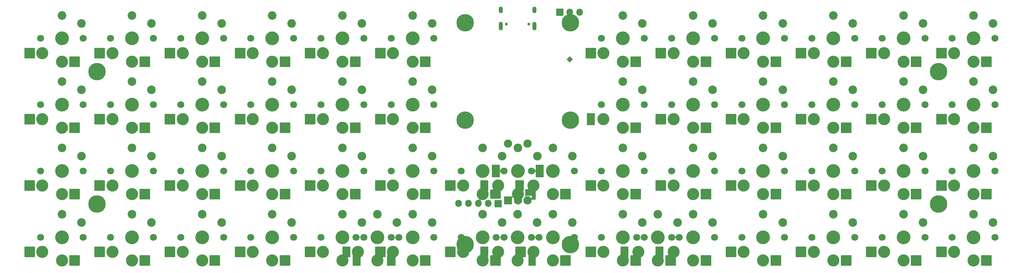
<source format=gbs>
G04 #@! TF.GenerationSoftware,KiCad,Pcbnew,(6.0.8)*
G04 #@! TF.CreationDate,2022-10-26T23:44:55+02:00*
G04 #@! TF.ProjectId,RP2040_tmp,52503230-3430-45f7-946d-702e6b696361,2.3*
G04 #@! TF.SameCoordinates,Original*
G04 #@! TF.FileFunction,Soldermask,Bot*
G04 #@! TF.FilePolarity,Negative*
%FSLAX46Y46*%
G04 Gerber Fmt 4.6, Leading zero omitted, Abs format (unit mm)*
G04 Created by KiCad (PCBNEW (6.0.8)) date 2022-10-26 23:44:55*
%MOMM*%
%LPD*%
G01*
G04 APERTURE LIST*
G04 Aperture macros list*
%AMRoundRect*
0 Rectangle with rounded corners*
0 $1 Rounding radius*
0 $2 $3 $4 $5 $6 $7 $8 $9 X,Y pos of 4 corners*
0 Add a 4 corners polygon primitive as box body*
4,1,4,$2,$3,$4,$5,$6,$7,$8,$9,$2,$3,0*
0 Add four circle primitives for the rounded corners*
1,1,$1+$1,$2,$3*
1,1,$1+$1,$4,$5*
1,1,$1+$1,$6,$7*
1,1,$1+$1,$8,$9*
0 Add four rect primitives between the rounded corners*
20,1,$1+$1,$2,$3,$4,$5,0*
20,1,$1+$1,$4,$5,$6,$7,0*
20,1,$1+$1,$6,$7,$8,$9,0*
20,1,$1+$1,$8,$9,$2,$3,0*%
G04 Aperture macros list end*
%ADD10C,0.800000*%
%ADD11C,4.500000*%
%ADD12C,3.100000*%
%ADD13C,1.801800*%
%ADD14C,3.529000*%
%ADD15RoundRect,0.050000X1.300000X1.300000X-1.300000X1.300000X-1.300000X-1.300000X1.300000X-1.300000X0*%
%ADD16C,2.200000*%
%ADD17RoundRect,0.050000X1.300000X1.100000X-1.300000X1.100000X-1.300000X-1.100000X1.300000X-1.100000X0*%
%ADD18RoundRect,0.050000X1.000000X1.500000X-1.000000X1.500000X-1.000000X-1.500000X1.000000X-1.500000X0*%
%ADD19RoundRect,0.050000X0.912500X1.315000X-0.912500X1.315000X-0.912500X-1.315000X0.912500X-1.315000X0*%
%ADD20RoundRect,0.050000X0.992500X1.310000X-0.992500X1.310000X-0.992500X-1.310000X0.992500X-1.310000X0*%
%ADD21RoundRect,0.050000X0.850000X-0.850000X0.850000X0.850000X-0.850000X0.850000X-0.850000X-0.850000X0*%
%ADD22O,1.800000X1.800000*%
%ADD23RoundRect,0.050000X1.027500X1.320000X-1.027500X1.320000X-1.027500X-1.320000X1.027500X-1.320000X0*%
%ADD24RoundRect,0.050000X0.982500X1.300000X-0.982500X1.300000X-0.982500X-1.300000X0.982500X-1.300000X0*%
%ADD25RoundRect,0.050000X0.707107X0.000000X0.000000X0.707107X-0.707107X0.000000X0.000000X-0.707107X0*%
%ADD26RoundRect,0.050000X1.000000X-1.000000X1.000000X1.000000X-1.000000X1.000000X-1.000000X-1.000000X0*%
%ADD27C,2.100000*%
%ADD28RoundRect,0.050000X1.000000X-1.600000X1.000000X1.600000X-1.000000X1.600000X-1.000000X-1.600000X0*%
%ADD29RoundRect,0.050000X0.947500X1.335000X-0.947500X1.335000X-0.947500X-1.335000X0.947500X-1.335000X0*%
%ADD30RoundRect,0.050000X0.942500X1.285000X-0.942500X1.285000X-0.942500X-1.285000X0.942500X-1.285000X0*%
%ADD31RoundRect,0.050000X0.463750X1.293750X-0.463750X1.293750X-0.463750X-1.293750X0.463750X-1.293750X0*%
%ADD32RoundRect,0.050000X1.285000X0.825000X-1.285000X0.825000X-1.285000X-0.825000X1.285000X-0.825000X0*%
%ADD33RoundRect,0.050000X0.962500X1.300000X-0.962500X1.300000X-0.962500X-1.300000X0.962500X-1.300000X0*%
%ADD34C,0.750000*%
%ADD35O,1.100000X2.200000*%
%ADD36O,1.100000X1.700000*%
%ADD37RoundRect,0.050000X0.982500X1.285000X-0.982500X1.285000X-0.982500X-1.285000X0.982500X-1.285000X0*%
%ADD38RoundRect,0.050000X1.027500X1.275000X-1.027500X1.275000X-1.027500X-1.275000X1.027500X-1.275000X0*%
%ADD39RoundRect,0.050000X-0.850000X0.850000X-0.850000X-0.850000X0.850000X-0.850000X0.850000X0.850000X0*%
G04 APERTURE END LIST*
D10*
X256000000Y-123650000D03*
X257650000Y-122000000D03*
X256000000Y-120350000D03*
X254833274Y-120833274D03*
X257166726Y-123166726D03*
X254833274Y-123166726D03*
X257166726Y-120833274D03*
X254350000Y-122000000D03*
D11*
X256000000Y-122000000D03*
D10*
X257650000Y-88000000D03*
X256000000Y-89650000D03*
X254350000Y-88000000D03*
X256000000Y-86350000D03*
X257166726Y-86833274D03*
X254833274Y-89166726D03*
X254833274Y-86833274D03*
D11*
X256000000Y-88000000D03*
D10*
X257166726Y-89166726D03*
X41166726Y-89166726D03*
X38833274Y-89166726D03*
D11*
X40000000Y-88000000D03*
D10*
X41166726Y-86833274D03*
X40000000Y-86350000D03*
X41650000Y-88000000D03*
X38833274Y-86833274D03*
X40000000Y-89650000D03*
X38350000Y-88000000D03*
X38350000Y-122000000D03*
X41650000Y-122000000D03*
X41166726Y-120833274D03*
X41166726Y-123166726D03*
X40000000Y-123650000D03*
D11*
X40000000Y-122000000D03*
D10*
X38833274Y-123166726D03*
X38833274Y-120833274D03*
X40000000Y-120350000D03*
X134500000Y-77150000D03*
D11*
X134500000Y-75500000D03*
D10*
X135666726Y-76666726D03*
X136150000Y-75500000D03*
X135666726Y-74333274D03*
X133333274Y-74333274D03*
X132850000Y-75500000D03*
X134500000Y-73850000D03*
X133333274Y-76666726D03*
X162666726Y-74333274D03*
X163150000Y-75500000D03*
X161500000Y-77150000D03*
X162666726Y-76666726D03*
X159850000Y-75500000D03*
X161500000Y-73850000D03*
D11*
X161500000Y-75500000D03*
D10*
X160333274Y-76666726D03*
X160333274Y-74333274D03*
X133333274Y-101666726D03*
X136150000Y-100500000D03*
X133333274Y-99333274D03*
X135666726Y-99333274D03*
D11*
X134500000Y-100500000D03*
D10*
X135666726Y-101666726D03*
X134500000Y-98850000D03*
X134500000Y-102150000D03*
X132850000Y-100500000D03*
D11*
X161500000Y-100500000D03*
D10*
X159850000Y-100500000D03*
X163150000Y-100500000D03*
X161500000Y-98850000D03*
X162666726Y-101666726D03*
X160333274Y-101666726D03*
X161500000Y-102150000D03*
X162666726Y-99333274D03*
X160333274Y-99333274D03*
D12*
X44000000Y-134250000D03*
X49000000Y-136450000D03*
D13*
X54500000Y-130500000D03*
D14*
X49000000Y-130500000D03*
D13*
X43500000Y-130500000D03*
D15*
X52275000Y-136450000D03*
D16*
X49000000Y-124600000D03*
X54000000Y-126700000D03*
D15*
X40725000Y-134250000D03*
D14*
X139000000Y-130500000D03*
D13*
X144500000Y-130500000D03*
X133500000Y-130500000D03*
D12*
X139000000Y-136450000D03*
X134000000Y-134250000D03*
D15*
X142275000Y-136450000D03*
D16*
X139000000Y-124600000D03*
D15*
X130725000Y-134250000D03*
D16*
X144000000Y-126700000D03*
D14*
X211000000Y-96500000D03*
D13*
X216500000Y-96500000D03*
D12*
X206000000Y-100250000D03*
D13*
X205500000Y-96500000D03*
D12*
X211000000Y-102450000D03*
D16*
X211000000Y-90600000D03*
D15*
X214275000Y-102450000D03*
X202725000Y-100250000D03*
D16*
X216000000Y-92700000D03*
D13*
X126500000Y-130500000D03*
D12*
X121000000Y-136450000D03*
D13*
X115500000Y-130500000D03*
D12*
X116000000Y-134250000D03*
D14*
X121000000Y-130500000D03*
D15*
X124275000Y-136450000D03*
D16*
X121000000Y-124600000D03*
D15*
X112725000Y-134250000D03*
D16*
X126000000Y-126700000D03*
D13*
X133500000Y-113500000D03*
D12*
X134000000Y-117250000D03*
X139000000Y-119450000D03*
D13*
X144500000Y-113500000D03*
D14*
X139000000Y-113500000D03*
D16*
X139000000Y-107600000D03*
D17*
X142275000Y-119450000D03*
D16*
X144000000Y-109700000D03*
D15*
X130725000Y-117250000D03*
D12*
X170000000Y-117250000D03*
D13*
X169500000Y-113500000D03*
D12*
X175000000Y-119450000D03*
D14*
X175000000Y-113500000D03*
D13*
X180500000Y-113500000D03*
D16*
X175000000Y-107600000D03*
D15*
X178275000Y-119450000D03*
D16*
X180000000Y-109700000D03*
D15*
X166725000Y-117250000D03*
D12*
X62000000Y-100250000D03*
X67000000Y-102450000D03*
D13*
X72500000Y-96500000D03*
D14*
X67000000Y-96500000D03*
D13*
X61500000Y-96500000D03*
D16*
X67000000Y-90600000D03*
D15*
X70275000Y-102450000D03*
D16*
X72000000Y-92700000D03*
D15*
X58725000Y-100250000D03*
D13*
X72500000Y-113500000D03*
X61500000Y-113500000D03*
D14*
X67000000Y-113500000D03*
D12*
X62000000Y-117250000D03*
X67000000Y-119450000D03*
D16*
X67000000Y-107600000D03*
D15*
X70275000Y-119450000D03*
X58725000Y-117250000D03*
D16*
X72000000Y-109700000D03*
D12*
X206000000Y-117250000D03*
D14*
X211000000Y-113500000D03*
D13*
X216500000Y-113500000D03*
D12*
X211000000Y-119450000D03*
D13*
X205500000Y-113500000D03*
D15*
X214275000Y-119450000D03*
D16*
X211000000Y-107600000D03*
D15*
X202725000Y-117250000D03*
D16*
X216000000Y-109700000D03*
D13*
X126500000Y-79500000D03*
X115500000Y-79500000D03*
D14*
X121000000Y-79500000D03*
D12*
X121000000Y-85450000D03*
X116000000Y-83250000D03*
D16*
X121000000Y-73600000D03*
D15*
X124275000Y-85450000D03*
D16*
X126000000Y-75700000D03*
D15*
X112725000Y-83250000D03*
D12*
X175000000Y-102450000D03*
D13*
X169500000Y-96500000D03*
D14*
X175000000Y-96500000D03*
D13*
X180500000Y-96500000D03*
D12*
X170000000Y-100250000D03*
D16*
X175000000Y-90600000D03*
D15*
X178275000Y-102450000D03*
D18*
X166725000Y-100250000D03*
D16*
X180000000Y-92700000D03*
D12*
X121000000Y-102450000D03*
D13*
X115500000Y-96500000D03*
D14*
X121000000Y-96500000D03*
D13*
X126500000Y-96500000D03*
D12*
X116000000Y-100250000D03*
D15*
X124275000Y-102450000D03*
D16*
X121000000Y-90600000D03*
X126000000Y-92700000D03*
D15*
X112725000Y-100250000D03*
D13*
X142490000Y-130500000D03*
D14*
X147990000Y-130500000D03*
D12*
X142990000Y-134250000D03*
D13*
X153490000Y-130500000D03*
D12*
X147990000Y-136450000D03*
D16*
X147990000Y-124600000D03*
D19*
X151652500Y-136465000D03*
D16*
X152990000Y-126700000D03*
D20*
X139407500Y-134260000D03*
D21*
X158810000Y-72750000D03*
D22*
X161350000Y-72750000D03*
X163890000Y-72750000D03*
D13*
X54500000Y-79500000D03*
D14*
X49000000Y-79500000D03*
D12*
X44000000Y-83250000D03*
D13*
X43500000Y-79500000D03*
D12*
X49000000Y-85450000D03*
D15*
X52275000Y-85450000D03*
D16*
X49000000Y-73600000D03*
X54000000Y-75700000D03*
D15*
X40725000Y-83250000D03*
D13*
X270500000Y-130500000D03*
D14*
X265000000Y-130500000D03*
D13*
X259500000Y-130500000D03*
D12*
X265000000Y-136450000D03*
X260000000Y-134250000D03*
D16*
X265000000Y-124600000D03*
D15*
X268275000Y-136450000D03*
D16*
X270000000Y-126700000D03*
D15*
X256725000Y-134250000D03*
D12*
X242000000Y-134250000D03*
D14*
X247000000Y-130500000D03*
D12*
X247000000Y-136450000D03*
D13*
X252500000Y-130500000D03*
X241500000Y-130500000D03*
D16*
X247000000Y-124600000D03*
D15*
X250275000Y-136450000D03*
X238725000Y-134250000D03*
D16*
X252000000Y-126700000D03*
D10*
X162656726Y-131233274D03*
X161490000Y-130750000D03*
X163140000Y-132400000D03*
X162656726Y-133566726D03*
X161490000Y-134050000D03*
D11*
X161490000Y-132400000D03*
D10*
X159840000Y-132400000D03*
X160323274Y-133566726D03*
X160323274Y-131233274D03*
D12*
X112010000Y-136450000D03*
D13*
X106510000Y-130500000D03*
X117510000Y-130500000D03*
D14*
X112010000Y-130500000D03*
D12*
X107010000Y-134250000D03*
D23*
X115557500Y-136470000D03*
D16*
X112010000Y-124600000D03*
X117010000Y-126700000D03*
D24*
X104052500Y-134250000D03*
D14*
X247000000Y-113500000D03*
D13*
X241500000Y-113500000D03*
X252500000Y-113500000D03*
D12*
X247000000Y-119450000D03*
X242000000Y-117250000D03*
D16*
X247000000Y-107600000D03*
D15*
X250275000Y-119450000D03*
D16*
X252000000Y-109700000D03*
D15*
X238725000Y-117250000D03*
D14*
X85000000Y-130500000D03*
D13*
X79500000Y-130500000D03*
D12*
X85000000Y-136450000D03*
D13*
X90500000Y-130500000D03*
D12*
X80000000Y-134250000D03*
D15*
X88275000Y-136450000D03*
D16*
X85000000Y-124600000D03*
X90000000Y-126700000D03*
D15*
X76725000Y-134250000D03*
D12*
X175000000Y-136450000D03*
D13*
X169500000Y-130500000D03*
X180500000Y-130500000D03*
D14*
X175000000Y-130500000D03*
D12*
X170000000Y-134250000D03*
D16*
X175000000Y-124600000D03*
D15*
X178275000Y-136450000D03*
D16*
X180000000Y-126700000D03*
D15*
X166725000Y-134250000D03*
D25*
X161330000Y-84850000D03*
D26*
X145510000Y-121000000D03*
D27*
X150510000Y-121000000D03*
X148010000Y-121000000D03*
D28*
X142410000Y-113500000D03*
X153610000Y-113500000D03*
D27*
X150510000Y-106500000D03*
X145510000Y-106500000D03*
D12*
X26000000Y-83250000D03*
D13*
X36500000Y-79500000D03*
X25500000Y-79500000D03*
D12*
X31000000Y-85450000D03*
D14*
X31000000Y-79500000D03*
D16*
X31000000Y-73600000D03*
D15*
X34275000Y-85450000D03*
D16*
X36000000Y-75700000D03*
D15*
X22725000Y-83250000D03*
D13*
X169500000Y-79500000D03*
D12*
X175000000Y-85450000D03*
D13*
X180500000Y-79500000D03*
D14*
X175000000Y-79500000D03*
D12*
X170000000Y-83250000D03*
D15*
X178275000Y-85450000D03*
D16*
X175000000Y-73600000D03*
D15*
X166725000Y-83250000D03*
D16*
X180000000Y-75700000D03*
D12*
X229000000Y-85450000D03*
D13*
X223500000Y-79500000D03*
D14*
X229000000Y-79500000D03*
D13*
X234500000Y-79500000D03*
D12*
X224000000Y-83250000D03*
D16*
X229000000Y-73600000D03*
D15*
X232275000Y-85450000D03*
X220725000Y-83250000D03*
D16*
X234000000Y-75700000D03*
D12*
X26000000Y-134250000D03*
D14*
X31000000Y-130500000D03*
D12*
X31000000Y-136450000D03*
D13*
X25500000Y-130500000D03*
X36500000Y-130500000D03*
D15*
X34275000Y-136450000D03*
D16*
X31000000Y-124600000D03*
D15*
X22725000Y-134250000D03*
D16*
X36000000Y-126700000D03*
D14*
X193000000Y-79500000D03*
D13*
X198500000Y-79500000D03*
D12*
X193000000Y-85450000D03*
D13*
X187500000Y-79500000D03*
D12*
X188000000Y-83250000D03*
D16*
X193000000Y-73600000D03*
D15*
X196275000Y-85450000D03*
X184725000Y-83250000D03*
D16*
X198000000Y-75700000D03*
D12*
X121000000Y-119450000D03*
D14*
X121000000Y-113500000D03*
D13*
X126500000Y-113500000D03*
D12*
X116000000Y-117250000D03*
D13*
X115500000Y-113500000D03*
D16*
X121000000Y-107600000D03*
D15*
X124275000Y-119450000D03*
D16*
X126000000Y-109700000D03*
D15*
X112725000Y-117250000D03*
D13*
X54500000Y-96500000D03*
X43500000Y-96500000D03*
D12*
X49000000Y-102450000D03*
X44000000Y-100250000D03*
D14*
X49000000Y-96500000D03*
D16*
X49000000Y-90600000D03*
D15*
X52275000Y-102450000D03*
D16*
X54000000Y-92700000D03*
D15*
X40725000Y-100250000D03*
D13*
X198500000Y-113500000D03*
D14*
X193000000Y-113500000D03*
D12*
X188000000Y-117250000D03*
D13*
X187500000Y-113500000D03*
D12*
X193000000Y-119450000D03*
D15*
X196275000Y-119450000D03*
D16*
X193000000Y-107600000D03*
D15*
X184725000Y-117250000D03*
D16*
X198000000Y-109700000D03*
D13*
X61500000Y-79500000D03*
D12*
X67000000Y-85450000D03*
X62000000Y-83250000D03*
D13*
X72500000Y-79500000D03*
D14*
X67000000Y-79500000D03*
D16*
X67000000Y-73600000D03*
D15*
X70275000Y-85450000D03*
X58725000Y-83250000D03*
D16*
X72000000Y-75700000D03*
D13*
X187500000Y-96500000D03*
X198500000Y-96500000D03*
D12*
X188000000Y-100250000D03*
X193000000Y-102450000D03*
D14*
X193000000Y-96500000D03*
D15*
X196275000Y-102450000D03*
D16*
X193000000Y-90600000D03*
X198000000Y-92700000D03*
D15*
X184725000Y-100250000D03*
D13*
X97500000Y-96500000D03*
D12*
X103000000Y-102450000D03*
X98000000Y-100250000D03*
D14*
X103000000Y-96500000D03*
D13*
X108500000Y-96500000D03*
D16*
X103000000Y-90600000D03*
D15*
X106275000Y-102450000D03*
X94725000Y-100250000D03*
D16*
X108000000Y-92700000D03*
D12*
X211000000Y-85450000D03*
D13*
X205500000Y-79500000D03*
D14*
X211000000Y-79500000D03*
D12*
X206000000Y-83250000D03*
D13*
X216500000Y-79500000D03*
D15*
X214275000Y-85450000D03*
D16*
X211000000Y-73600000D03*
D15*
X202725000Y-83250000D03*
D16*
X216000000Y-75700000D03*
D13*
X97500000Y-130500000D03*
D12*
X98000000Y-134250000D03*
D13*
X108500000Y-130500000D03*
D14*
X103000000Y-130500000D03*
D12*
X103000000Y-136450000D03*
D16*
X103000000Y-124600000D03*
D29*
X106627500Y-136485000D03*
D16*
X108000000Y-126700000D03*
D15*
X94725000Y-134250000D03*
D13*
X178490000Y-130500000D03*
D12*
X183990000Y-136450000D03*
D13*
X189490000Y-130500000D03*
D12*
X178990000Y-134250000D03*
D14*
X183990000Y-130500000D03*
D16*
X183990000Y-124600000D03*
D15*
X187265000Y-136450000D03*
D30*
X175357500Y-134235000D03*
D16*
X188990000Y-126700000D03*
D12*
X247000000Y-102450000D03*
D13*
X252500000Y-96500000D03*
X241500000Y-96500000D03*
D12*
X242000000Y-100250000D03*
D14*
X247000000Y-96500000D03*
D16*
X247000000Y-90600000D03*
D15*
X250275000Y-102450000D03*
D16*
X252000000Y-92700000D03*
D15*
X238725000Y-100250000D03*
D12*
X98000000Y-117250000D03*
D13*
X108500000Y-113500000D03*
D14*
X103000000Y-113500000D03*
D13*
X97500000Y-113500000D03*
D12*
X103000000Y-119450000D03*
D15*
X106275000Y-119450000D03*
D16*
X103000000Y-107600000D03*
D15*
X94725000Y-117250000D03*
D16*
X108000000Y-109700000D03*
D12*
X265000000Y-102450000D03*
D13*
X259500000Y-96500000D03*
D12*
X260000000Y-100250000D03*
D14*
X265000000Y-96500000D03*
D13*
X270500000Y-96500000D03*
D16*
X265000000Y-90600000D03*
D15*
X268275000Y-102450000D03*
X256725000Y-100250000D03*
D16*
X270000000Y-92700000D03*
D14*
X229000000Y-96500000D03*
D13*
X223500000Y-96500000D03*
D12*
X229000000Y-102450000D03*
D13*
X234500000Y-96500000D03*
D12*
X224000000Y-100250000D03*
D16*
X229000000Y-90600000D03*
D15*
X232275000Y-102450000D03*
X220725000Y-100250000D03*
D16*
X234000000Y-92700000D03*
D12*
X31000000Y-102450000D03*
D13*
X25500000Y-96500000D03*
D14*
X31000000Y-96500000D03*
D12*
X26000000Y-100250000D03*
D13*
X36500000Y-96500000D03*
D16*
X31000000Y-90600000D03*
D15*
X34275000Y-102450000D03*
D16*
X36000000Y-92700000D03*
D15*
X22725000Y-100250000D03*
D12*
X31000000Y-119450000D03*
D13*
X36500000Y-113500000D03*
D12*
X26000000Y-117250000D03*
D13*
X25500000Y-113500000D03*
D14*
X31000000Y-113500000D03*
D16*
X31000000Y-107600000D03*
D15*
X34275000Y-119450000D03*
D16*
X36000000Y-109700000D03*
D15*
X22725000Y-117250000D03*
D13*
X153510000Y-113500000D03*
D14*
X148010000Y-113500000D03*
D12*
X148010000Y-119450000D03*
X143010000Y-117250000D03*
D13*
X142510000Y-113500000D03*
D31*
X152083750Y-119506250D03*
D32*
X151255000Y-119025000D03*
D16*
X148010000Y-107600000D03*
D33*
X139397500Y-117250000D03*
D16*
X153010000Y-109700000D03*
D12*
X49000000Y-119450000D03*
D14*
X49000000Y-113500000D03*
D13*
X54500000Y-113500000D03*
D12*
X44000000Y-117250000D03*
D13*
X43500000Y-113500000D03*
D15*
X52275000Y-119450000D03*
D16*
X49000000Y-107600000D03*
X54000000Y-109700000D03*
D15*
X40725000Y-117250000D03*
D14*
X265000000Y-79500000D03*
D13*
X259500000Y-79500000D03*
D12*
X265000000Y-85450000D03*
D13*
X270500000Y-79500000D03*
D12*
X260000000Y-83250000D03*
D16*
X265000000Y-73600000D03*
D15*
X268275000Y-85450000D03*
D16*
X270000000Y-75700000D03*
D15*
X256725000Y-83250000D03*
D34*
X145100000Y-75830000D03*
X150880000Y-75830000D03*
D35*
X152310000Y-76360000D03*
D36*
X152310000Y-72180000D03*
D35*
X143670000Y-76360000D03*
D36*
X143670000Y-72180000D03*
D13*
X198500000Y-130500000D03*
X187500000Y-130500000D03*
D12*
X193000000Y-136450000D03*
D14*
X193000000Y-130500000D03*
D12*
X188000000Y-134250000D03*
D16*
X193000000Y-124600000D03*
D15*
X196275000Y-136450000D03*
D16*
X198000000Y-126700000D03*
D37*
X184407500Y-134235000D03*
D12*
X229000000Y-136450000D03*
X224000000Y-134250000D03*
D13*
X223500000Y-130500000D03*
D14*
X229000000Y-130500000D03*
D13*
X234500000Y-130500000D03*
D15*
X232275000Y-136450000D03*
D16*
X229000000Y-124600000D03*
D15*
X220725000Y-134250000D03*
D16*
X234000000Y-126700000D03*
D10*
X135656726Y-131233274D03*
X136140000Y-132400000D03*
D11*
X134490000Y-132400000D03*
D10*
X134490000Y-134050000D03*
X135656726Y-133566726D03*
X133323274Y-131233274D03*
X133323274Y-133566726D03*
X132840000Y-132400000D03*
X134490000Y-130750000D03*
D13*
X79500000Y-96500000D03*
D14*
X85000000Y-96500000D03*
D13*
X90500000Y-96500000D03*
D12*
X80000000Y-100250000D03*
X85000000Y-102450000D03*
D15*
X88275000Y-102450000D03*
D16*
X85000000Y-90600000D03*
X90000000Y-92700000D03*
D15*
X76725000Y-100250000D03*
D12*
X85000000Y-85450000D03*
D13*
X90500000Y-79500000D03*
D14*
X85000000Y-79500000D03*
D12*
X80000000Y-83250000D03*
D13*
X79500000Y-79500000D03*
D16*
X85000000Y-73600000D03*
D15*
X88275000Y-85450000D03*
D16*
X90000000Y-75700000D03*
D15*
X76725000Y-83250000D03*
D14*
X157000000Y-113500000D03*
D12*
X152000000Y-117250000D03*
D13*
X162500000Y-113500000D03*
X151500000Y-113500000D03*
D12*
X157000000Y-119450000D03*
D16*
X157000000Y-107600000D03*
D15*
X160275000Y-119450000D03*
D38*
X148452500Y-117225000D03*
D16*
X162000000Y-109700000D03*
D12*
X206000000Y-134250000D03*
D14*
X211000000Y-130500000D03*
D12*
X211000000Y-136450000D03*
D13*
X216500000Y-130500000D03*
X205500000Y-130500000D03*
D16*
X211000000Y-124600000D03*
D15*
X214275000Y-136450000D03*
D16*
X216000000Y-126700000D03*
D15*
X202725000Y-134250000D03*
D12*
X260000000Y-117250000D03*
D13*
X259500000Y-113500000D03*
D14*
X265000000Y-113500000D03*
D12*
X265000000Y-119450000D03*
D13*
X270500000Y-113500000D03*
D16*
X265000000Y-107600000D03*
D15*
X268275000Y-119450000D03*
X256725000Y-117250000D03*
D16*
X270000000Y-109700000D03*
D12*
X152000000Y-134250000D03*
X157000000Y-136450000D03*
D14*
X157000000Y-130500000D03*
D13*
X162500000Y-130500000D03*
X151500000Y-130500000D03*
D16*
X157000000Y-124600000D03*
D15*
X160275000Y-136450000D03*
D16*
X162000000Y-126700000D03*
D15*
X148725000Y-134250000D03*
D39*
X142970000Y-121890000D03*
D22*
X140430000Y-121790000D03*
X137890000Y-121790000D03*
X135350000Y-121790000D03*
X132810000Y-121790000D03*
D14*
X67000000Y-130500000D03*
D12*
X67000000Y-136450000D03*
D13*
X61500000Y-130500000D03*
D12*
X62000000Y-134250000D03*
D13*
X72500000Y-130500000D03*
D15*
X70275000Y-136450000D03*
D16*
X67000000Y-124600000D03*
D15*
X58725000Y-134250000D03*
D16*
X72000000Y-126700000D03*
D14*
X103000000Y-79500000D03*
D13*
X108500000Y-79500000D03*
X97500000Y-79500000D03*
D12*
X103000000Y-85450000D03*
X98000000Y-83250000D03*
D16*
X103000000Y-73600000D03*
D15*
X106275000Y-85450000D03*
D16*
X108000000Y-75700000D03*
D15*
X94725000Y-83250000D03*
D13*
X90500000Y-113500000D03*
D12*
X85000000Y-119450000D03*
D14*
X85000000Y-113500000D03*
D13*
X79500000Y-113500000D03*
D12*
X80000000Y-117250000D03*
D15*
X88275000Y-119450000D03*
D16*
X85000000Y-107600000D03*
X90000000Y-109700000D03*
D15*
X76725000Y-117250000D03*
D12*
X242000000Y-83250000D03*
D13*
X252500000Y-79500000D03*
D14*
X247000000Y-79500000D03*
D12*
X247000000Y-85450000D03*
D13*
X241500000Y-79500000D03*
D15*
X250275000Y-85450000D03*
D16*
X247000000Y-73600000D03*
X252000000Y-75700000D03*
D15*
X238725000Y-83250000D03*
D13*
X234500000Y-113500000D03*
D14*
X229000000Y-113500000D03*
D12*
X224000000Y-117250000D03*
X229000000Y-119450000D03*
D13*
X223500000Y-113500000D03*
D15*
X232275000Y-119450000D03*
D16*
X229000000Y-107600000D03*
X234000000Y-109700000D03*
D15*
X220725000Y-117250000D03*
G36*
X113524773Y-135599000D02*
G01*
X113524773Y-135601000D01*
X113523604Y-135601919D01*
X113455511Y-135621913D01*
X113409418Y-135675107D01*
X113399387Y-135744879D01*
X113408947Y-135772718D01*
X113408563Y-135774681D01*
X113407852Y-135775181D01*
X113448844Y-135880593D01*
X113448540Y-135882570D01*
X113446676Y-135883295D01*
X113445132Y-135882083D01*
X113389272Y-135747224D01*
X113299693Y-135601045D01*
X113299640Y-135599046D01*
X113301398Y-135598000D01*
X113523041Y-135598000D01*
X113524773Y-135599000D01*
G37*
G36*
X149504773Y-135599000D02*
G01*
X149504773Y-135601000D01*
X149503604Y-135601919D01*
X149435511Y-135621913D01*
X149389418Y-135675107D01*
X149379387Y-135744879D01*
X149388947Y-135772718D01*
X149388563Y-135774681D01*
X149387852Y-135775181D01*
X149428844Y-135880593D01*
X149428540Y-135882570D01*
X149426676Y-135883295D01*
X149425132Y-135882083D01*
X149369272Y-135747224D01*
X149279693Y-135601045D01*
X149279640Y-135599046D01*
X149281398Y-135598000D01*
X149503041Y-135598000D01*
X149504773Y-135599000D01*
G37*
G36*
X104514773Y-135599000D02*
G01*
X104514773Y-135601000D01*
X104513604Y-135601919D01*
X104445511Y-135621913D01*
X104399418Y-135675107D01*
X104389387Y-135744879D01*
X104398947Y-135772718D01*
X104398563Y-135774681D01*
X104397852Y-135775181D01*
X104438844Y-135880593D01*
X104438540Y-135882570D01*
X104436676Y-135883295D01*
X104435132Y-135882083D01*
X104379272Y-135747224D01*
X104289693Y-135601045D01*
X104289640Y-135599046D01*
X104291398Y-135598000D01*
X104513041Y-135598000D01*
X104514773Y-135599000D01*
G37*
G36*
X114615618Y-134940440D02*
G01*
X114620728Y-134952776D01*
X114710307Y-135098955D01*
X114710360Y-135100954D01*
X114708602Y-135102000D01*
X114530199Y-135102000D01*
X114526670Y-135102702D01*
X114524776Y-135102059D01*
X114524386Y-135100097D01*
X114525353Y-135098968D01*
X114580565Y-135070088D01*
X114615396Y-135008925D01*
X114611773Y-134941312D01*
X114612679Y-134939529D01*
X114614676Y-134939422D01*
X114615618Y-134940440D01*
G37*
G36*
X141548735Y-134803111D02*
G01*
X141610728Y-134952776D01*
X141700307Y-135098955D01*
X141700360Y-135100954D01*
X141698602Y-135102000D01*
X141479967Y-135102000D01*
X141478235Y-135101000D01*
X141478235Y-135099000D01*
X141479404Y-135098081D01*
X141547497Y-135078087D01*
X141593590Y-135024893D01*
X141603623Y-134955107D01*
X141589991Y-134913684D01*
X141572565Y-134881251D01*
X141572445Y-134880980D01*
X141545005Y-134804552D01*
X141545361Y-134802584D01*
X141547243Y-134801908D01*
X141548735Y-134803111D01*
G37*
G36*
X186558735Y-134803111D02*
G01*
X186620728Y-134952776D01*
X186710307Y-135098955D01*
X186710360Y-135100954D01*
X186708602Y-135102000D01*
X186489967Y-135102000D01*
X186488235Y-135101000D01*
X186488235Y-135099000D01*
X186489404Y-135098081D01*
X186557497Y-135078087D01*
X186603590Y-135024893D01*
X186613623Y-134955107D01*
X186599991Y-134913684D01*
X186582565Y-134881251D01*
X186582445Y-134880980D01*
X186555005Y-134804552D01*
X186555361Y-134802584D01*
X186557243Y-134801908D01*
X186558735Y-134803111D01*
G37*
G36*
X177548735Y-134803111D02*
G01*
X177610728Y-134952776D01*
X177700307Y-135098955D01*
X177700360Y-135100954D01*
X177698602Y-135102000D01*
X177479967Y-135102000D01*
X177478235Y-135101000D01*
X177478235Y-135099000D01*
X177479404Y-135098081D01*
X177547497Y-135078087D01*
X177593590Y-135024893D01*
X177603623Y-134955107D01*
X177589991Y-134913684D01*
X177572565Y-134881251D01*
X177572445Y-134880980D01*
X177545005Y-134804552D01*
X177545361Y-134802584D01*
X177547243Y-134801908D01*
X177548735Y-134803111D01*
G37*
G36*
X188377315Y-130294448D02*
G01*
X188413481Y-130349791D01*
X188477728Y-130378543D01*
X188547318Y-130367996D01*
X188600283Y-130321390D01*
X188612192Y-130295788D01*
X188613829Y-130294640D01*
X188615642Y-130295483D01*
X188615907Y-130297250D01*
X188610754Y-130313110D01*
X188591111Y-130500000D01*
X188610754Y-130686890D01*
X188616344Y-130704093D01*
X188615928Y-130706049D01*
X188614026Y-130706667D01*
X188612753Y-130705782D01*
X188578699Y-130652046D01*
X188514861Y-130622402D01*
X188445132Y-130631976D01*
X188391517Y-130677841D01*
X188377652Y-130706593D01*
X188351744Y-130784476D01*
X188350248Y-130785804D01*
X188348350Y-130785173D01*
X188347944Y-130783227D01*
X188379246Y-130686890D01*
X188398889Y-130500000D01*
X188379246Y-130313110D01*
X188373739Y-130296160D01*
X188374155Y-130294204D01*
X188376057Y-130293586D01*
X188377315Y-130294448D01*
G37*
G36*
X107387315Y-130294448D02*
G01*
X107423481Y-130349791D01*
X107487728Y-130378543D01*
X107557318Y-130367996D01*
X107610283Y-130321390D01*
X107622192Y-130295788D01*
X107623829Y-130294640D01*
X107625642Y-130295483D01*
X107625907Y-130297250D01*
X107620754Y-130313110D01*
X107601111Y-130500000D01*
X107620754Y-130686890D01*
X107626344Y-130704093D01*
X107625928Y-130706049D01*
X107624026Y-130706667D01*
X107622753Y-130705782D01*
X107588699Y-130652046D01*
X107524861Y-130622402D01*
X107455132Y-130631976D01*
X107401517Y-130677841D01*
X107387652Y-130706593D01*
X107361744Y-130784476D01*
X107360248Y-130785804D01*
X107358350Y-130785173D01*
X107357944Y-130783227D01*
X107389246Y-130686890D01*
X107408889Y-130500000D01*
X107389246Y-130313110D01*
X107383739Y-130296160D01*
X107384155Y-130294204D01*
X107386057Y-130293586D01*
X107387315Y-130294448D01*
G37*
G36*
X152377315Y-130294448D02*
G01*
X152413481Y-130349791D01*
X152477728Y-130378543D01*
X152547318Y-130367996D01*
X152600283Y-130321390D01*
X152612192Y-130295788D01*
X152613829Y-130294640D01*
X152615642Y-130295483D01*
X152615907Y-130297250D01*
X152610754Y-130313110D01*
X152591111Y-130500000D01*
X152610754Y-130686890D01*
X152616344Y-130704093D01*
X152615928Y-130706049D01*
X152614026Y-130706667D01*
X152612753Y-130705782D01*
X152578699Y-130652046D01*
X152514861Y-130622402D01*
X152445132Y-130631976D01*
X152391517Y-130677841D01*
X152377652Y-130706593D01*
X152351744Y-130784476D01*
X152350248Y-130785804D01*
X152348350Y-130785173D01*
X152347944Y-130783227D01*
X152379246Y-130686890D01*
X152398889Y-130500000D01*
X152379246Y-130313110D01*
X152373739Y-130296160D01*
X152374155Y-130294204D01*
X152376057Y-130293586D01*
X152377315Y-130294448D01*
G37*
G36*
X179619949Y-130314340D02*
G01*
X179620461Y-130315898D01*
X179601111Y-130500000D01*
X179619144Y-130671571D01*
X179618331Y-130673398D01*
X179616342Y-130673607D01*
X179615487Y-130672624D01*
X179615414Y-130672670D01*
X179577423Y-130612720D01*
X179513585Y-130583076D01*
X179443856Y-130592650D01*
X179390322Y-130638445D01*
X179373471Y-130684379D01*
X179371935Y-130685660D01*
X179370058Y-130684972D01*
X179369604Y-130683481D01*
X179388889Y-130500000D01*
X179370198Y-130322168D01*
X179371011Y-130320341D01*
X179373000Y-130320132D01*
X179374102Y-130321381D01*
X179374685Y-130323313D01*
X179413351Y-130382481D01*
X179477598Y-130411233D01*
X179547188Y-130400686D01*
X179600076Y-130354148D01*
X179610956Y-130323147D01*
X179612473Y-130321844D01*
X179613448Y-130321903D01*
X179614316Y-130322178D01*
X179616566Y-130315084D01*
X179618043Y-130313736D01*
X179619949Y-130314340D01*
G37*
G36*
X116629949Y-130314340D02*
G01*
X116630461Y-130315898D01*
X116611111Y-130500000D01*
X116629144Y-130671571D01*
X116628331Y-130673398D01*
X116626342Y-130673607D01*
X116625487Y-130672624D01*
X116625414Y-130672670D01*
X116587423Y-130612720D01*
X116523585Y-130583076D01*
X116453856Y-130592650D01*
X116400322Y-130638445D01*
X116383471Y-130684379D01*
X116381935Y-130685660D01*
X116380058Y-130684972D01*
X116379604Y-130683481D01*
X116398889Y-130500000D01*
X116380198Y-130322168D01*
X116381011Y-130320341D01*
X116383000Y-130320132D01*
X116384102Y-130321381D01*
X116384685Y-130323313D01*
X116423351Y-130382481D01*
X116487598Y-130411233D01*
X116557188Y-130400686D01*
X116610076Y-130354148D01*
X116620956Y-130323147D01*
X116622473Y-130321844D01*
X116623448Y-130321903D01*
X116624316Y-130322178D01*
X116626566Y-130315084D01*
X116628043Y-130313736D01*
X116629949Y-130314340D01*
G37*
G36*
X143619949Y-130314340D02*
G01*
X143620461Y-130315898D01*
X143601111Y-130500000D01*
X143619144Y-130671571D01*
X143618331Y-130673398D01*
X143616342Y-130673607D01*
X143615487Y-130672624D01*
X143615414Y-130672670D01*
X143577423Y-130612720D01*
X143513585Y-130583076D01*
X143443856Y-130592650D01*
X143390322Y-130638445D01*
X143373471Y-130684379D01*
X143371935Y-130685660D01*
X143370058Y-130684972D01*
X143369604Y-130683481D01*
X143388889Y-130500000D01*
X143370198Y-130322168D01*
X143371011Y-130320341D01*
X143373000Y-130320132D01*
X143374102Y-130321381D01*
X143374685Y-130323313D01*
X143413351Y-130382481D01*
X143477598Y-130411233D01*
X143547188Y-130400686D01*
X143600076Y-130354148D01*
X143610956Y-130323147D01*
X143612473Y-130321844D01*
X143613448Y-130321903D01*
X143614316Y-130322178D01*
X143616566Y-130315084D01*
X143618043Y-130313736D01*
X143619949Y-130314340D01*
G37*
G36*
X138054574Y-120672001D02*
G01*
X138090114Y-120702355D01*
X138297224Y-120829272D01*
X138521643Y-120922229D01*
X138679200Y-120960055D01*
X138680651Y-120961432D01*
X138680184Y-120963377D01*
X138678360Y-120963965D01*
X138655384Y-120959603D01*
X138585041Y-120966517D01*
X138529834Y-121010181D01*
X138506999Y-121076759D01*
X138523835Y-121145324D01*
X138534973Y-121161421D01*
X138571747Y-121206510D01*
X138572067Y-121208484D01*
X138570517Y-121209748D01*
X138568711Y-121209112D01*
X138490875Y-121122666D01*
X138338992Y-121012317D01*
X138167494Y-120935961D01*
X137983867Y-120896930D01*
X137973293Y-120896930D01*
X137971561Y-120895930D01*
X137971561Y-120893930D01*
X137972933Y-120892963D01*
X138029569Y-120882606D01*
X138080970Y-120834521D01*
X138098214Y-120766281D01*
X138075787Y-120699430D01*
X138051844Y-120674920D01*
X138051349Y-120672982D01*
X138052780Y-120671584D01*
X138054574Y-120672001D01*
G37*
G36*
X151571180Y-120288929D02*
G01*
X151572000Y-120290544D01*
X151572000Y-120799801D01*
X151575691Y-120818355D01*
X151586087Y-120833913D01*
X151601645Y-120844309D01*
X151620199Y-120848000D01*
X151684885Y-120848000D01*
X151686617Y-120849000D01*
X151686617Y-120851000D01*
X151685448Y-120851919D01*
X151617352Y-120871914D01*
X151571241Y-120925130D01*
X151560686Y-120987221D01*
X151559410Y-120988761D01*
X151557438Y-120988426D01*
X151556724Y-120987081D01*
X151538033Y-120796448D01*
X151478914Y-120600641D01*
X151382893Y-120420051D01*
X151341170Y-120368894D01*
X151340850Y-120366920D01*
X151342400Y-120365656D01*
X151343920Y-120366030D01*
X151399209Y-120407522D01*
X151469411Y-120412627D01*
X151531224Y-120378968D01*
X151565122Y-120317066D01*
X151568012Y-120290329D01*
X151569192Y-120288715D01*
X151571180Y-120288929D01*
G37*
G36*
X146501344Y-119776631D02*
G01*
X146537771Y-119928357D01*
X146630728Y-120152776D01*
X146757645Y-120359885D01*
X146785578Y-120392591D01*
X146785942Y-120394558D01*
X146784421Y-120395857D01*
X146782857Y-120395490D01*
X146730791Y-120356416D01*
X146660589Y-120351311D01*
X146598776Y-120384970D01*
X146564878Y-120446872D01*
X146561988Y-120473609D01*
X146560808Y-120475223D01*
X146558820Y-120475009D01*
X146558000Y-120473394D01*
X146558000Y-120000199D01*
X146554309Y-119981645D01*
X146543913Y-119966087D01*
X146528355Y-119955691D01*
X146509801Y-119952000D01*
X146379043Y-119952000D01*
X146377311Y-119951000D01*
X146377311Y-119949000D01*
X146378480Y-119948081D01*
X146446576Y-119928086D01*
X146492649Y-119874914D01*
X146501579Y-119798306D01*
X146497437Y-119777488D01*
X146498080Y-119775594D01*
X146500042Y-119775204D01*
X146501344Y-119776631D01*
G37*
G36*
X149970199Y-119898000D02*
G01*
X151164343Y-119898000D01*
X151166075Y-119899000D01*
X151166075Y-119901000D01*
X151164906Y-119901919D01*
X151096809Y-119921914D01*
X151050717Y-119975107D01*
X151040700Y-120044777D01*
X151070001Y-120108936D01*
X151081530Y-120118842D01*
X151082192Y-120120729D01*
X151080889Y-120122246D01*
X151079276Y-120122118D01*
X150916115Y-120033898D01*
X150720726Y-119973414D01*
X150517317Y-119952036D01*
X150313628Y-119970572D01*
X150117413Y-120028322D01*
X149961441Y-120109861D01*
X149959442Y-120109778D01*
X149958516Y-120108005D01*
X149959049Y-120106728D01*
X150001551Y-120060967D01*
X150013966Y-119991685D01*
X149986899Y-119926558D01*
X149959102Y-119901169D01*
X149956007Y-119899101D01*
X149955122Y-119897307D01*
X149956233Y-119895644D01*
X149957508Y-119895476D01*
X149970199Y-119898000D01*
G37*
G36*
X149469671Y-118549000D02*
G01*
X149469671Y-118551000D01*
X149468866Y-118551772D01*
X149406255Y-118584521D01*
X149371423Y-118645684D01*
X149375200Y-118716173D01*
X149376030Y-118717988D01*
X149375841Y-118719979D01*
X149374022Y-118720811D01*
X149372506Y-118719865D01*
X149269053Y-118551045D01*
X149269000Y-118549046D01*
X149270758Y-118548000D01*
X149467939Y-118548000D01*
X149469671Y-118549000D01*
G37*
G36*
X141669739Y-118016436D02*
G01*
X141757645Y-118159885D01*
X141876204Y-118298701D01*
X141876568Y-118300668D01*
X141875047Y-118301967D01*
X141874683Y-118302000D01*
X141612028Y-118302000D01*
X141610296Y-118301000D01*
X141610296Y-118299000D01*
X141611465Y-118298081D01*
X141679558Y-118278087D01*
X141725651Y-118224893D01*
X141735673Y-118155184D01*
X141712031Y-118098010D01*
X141701433Y-118083818D01*
X141701273Y-118083568D01*
X141666272Y-118018428D01*
X141666333Y-118016429D01*
X141668095Y-118015482D01*
X141669739Y-118016436D01*
G37*
G36*
X150635187Y-117976370D02*
G01*
X150740947Y-118148955D01*
X150741000Y-118150954D01*
X150739242Y-118152000D01*
X150516833Y-118152000D01*
X150515101Y-118151000D01*
X150515101Y-118149000D01*
X150516270Y-118148081D01*
X150584363Y-118128087D01*
X150630456Y-118074893D01*
X150640489Y-118005107D01*
X150631582Y-117978040D01*
X150631991Y-117976082D01*
X150633890Y-117975457D01*
X150635187Y-117976370D01*
G37*
G36*
X143461919Y-113036707D02*
G01*
X143481913Y-113104800D01*
X143535107Y-113150893D01*
X143604776Y-113160910D01*
X143668906Y-113131622D01*
X143693151Y-113101625D01*
X143695017Y-113100906D01*
X143696572Y-113102164D01*
X143696438Y-113103882D01*
X143678824Y-113134389D01*
X143620754Y-113313110D01*
X143601111Y-113500000D01*
X143620754Y-113686890D01*
X143678824Y-113865611D01*
X143697645Y-113898210D01*
X143697645Y-113900210D01*
X143695913Y-113901210D01*
X143694464Y-113900588D01*
X143649595Y-113853410D01*
X143581215Y-113836728D01*
X143514671Y-113859665D01*
X143471029Y-113915014D01*
X143461964Y-113961889D01*
X143460653Y-113963399D01*
X143458689Y-113963020D01*
X143458000Y-113961509D01*
X143458000Y-113037270D01*
X143459000Y-113035538D01*
X143461000Y-113035538D01*
X143461919Y-113036707D01*
G37*
G36*
X152561300Y-113074169D02*
G01*
X152562000Y-113075689D01*
X152562000Y-113928696D01*
X152561000Y-113930428D01*
X152559000Y-113930428D01*
X152558081Y-113929259D01*
X152538087Y-113861166D01*
X152484893Y-113815073D01*
X152415224Y-113805056D01*
X152351088Y-113834346D01*
X152325094Y-113866054D01*
X152323222Y-113866759D01*
X152321676Y-113865491D01*
X152321645Y-113864168D01*
X152379246Y-113686890D01*
X152398889Y-113500000D01*
X152379246Y-113313110D01*
X152323025Y-113140080D01*
X152323441Y-113138124D01*
X152325343Y-113137506D01*
X152326357Y-113138064D01*
X152371921Y-113184652D01*
X152440526Y-113200376D01*
X152506744Y-113176513D01*
X152549614Y-113120553D01*
X152558034Y-113075323D01*
X152559334Y-113073803D01*
X152561300Y-113074169D01*
G37*
M02*

</source>
